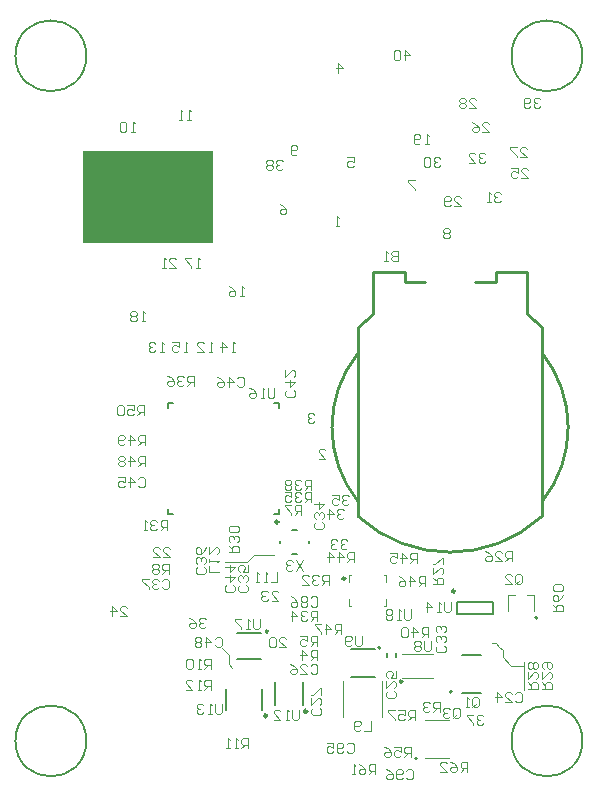
<source format=gbo>
G04 Layer_Color=32896*
%FSLAX44Y44*%
%MOMM*%
G71*
G01*
G75*
%ADD52C,0.2000*%
%ADD57C,0.1500*%
%ADD59C,0.2500*%
%ADD109C,0.2540*%
%ADD110C,0.1000*%
%ADD112C,0.1200*%
%ADD203C,0.2400*%
%ADD204R,11.0000X7.7500*%
D52*
X318970Y118700D02*
G03*
X318970Y118700I-1000J0D01*
G01*
X70000Y40000D02*
G03*
X70000Y40000I-30000J0D01*
G01*
X490000D02*
G03*
X490000Y40000I-30000J0D01*
G01*
X70000Y620000D02*
G03*
X70000Y620000I-30000J0D01*
G01*
X490000D02*
G03*
X490000Y620000I-30000J0D01*
G01*
X379720Y81510D02*
G03*
X379720Y81510I-1000J0D01*
G01*
X350000Y25000D02*
G03*
X350000Y25000I-1000J0D01*
G01*
X452000Y144250D02*
G03*
X452000Y144250I-1000J0D01*
G01*
X293840Y117750D02*
X314250Y117750D01*
X293840Y94250D02*
X314250D01*
X218990Y66360D02*
Y84140D01*
X188510Y66360D02*
Y84140D01*
X253750Y70000D02*
Y90000D01*
X229750Y70000D02*
Y90000D01*
X324500Y111250D02*
Y114250D01*
X332000Y111250D02*
Y114250D01*
X383500Y147500D02*
X414500D01*
X383500Y157500D02*
X414500D01*
Y147500D02*
Y157500D01*
X383500Y147500D02*
Y157500D01*
X198000Y109000D02*
X218000D01*
X198000Y131000D02*
X218000D01*
X228750Y231850D02*
X232900D01*
Y236000D01*
Y321500D02*
Y325650D01*
X228750D02*
X232900D01*
X139100D02*
X143250D01*
X139100Y321500D02*
Y325650D01*
Y231850D02*
X143250D01*
X139100D02*
Y236000D01*
X244500Y198250D02*
X248500D01*
X258500Y207250D02*
Y209250D01*
X244500Y218250D02*
X248500D01*
X234000Y207250D02*
Y209250D01*
D57*
X388500Y112750D02*
X404500D01*
X388500Y80750D02*
X404500D01*
D59*
X382250Y166750D02*
G03*
X382250Y166750I-1250J0D01*
G01*
X232650Y225350D02*
G03*
X232650Y225350I-1250J0D01*
G01*
D109*
X222800Y61280D02*
G03*
X222800Y61280I-1270J0D01*
G01*
X257050Y65000D02*
G03*
X257050Y65000I-1300J0D01*
G01*
X300000Y230251D02*
G03*
X455751Y230011I78006J84502D01*
G01*
X300000Y368251D02*
G03*
X300000Y242751I78477J-62750D01*
G01*
X456000Y242751D02*
G03*
X456000Y368251I-78477J62750D01*
G01*
X337500Y90500D02*
G03*
X337500Y90500I-1000J0D01*
G01*
X224000Y133000D02*
G03*
X224000Y133000I-1000J0D01*
G01*
X443032Y401288D02*
X456000Y390012D01*
Y230251D02*
Y390012D01*
X443032Y401288D02*
Y437251D01*
X443000D02*
X443032D01*
X443000D02*
Y437251D01*
X416500D02*
X443000D01*
X416500Y428251D02*
Y437251D01*
X399000Y428251D02*
X416500D01*
X339500D02*
X357000D01*
X339500D02*
Y437251D01*
X313000Y437251D02*
X339500D01*
X313000Y437251D02*
Y437251D01*
X312968Y437251D02*
X313000D01*
X312968Y401288D02*
Y437251D01*
X300000Y230251D02*
Y390012D01*
X312968Y401288D01*
D110*
X190750Y104750D02*
X193750Y101750D01*
X187500Y191500D02*
X206250D01*
X212000Y197250D01*
X229250D01*
X429500Y103750D02*
X440250D01*
X416750Y122500D02*
X419750Y119500D01*
X422500Y110750D02*
X429500Y103750D01*
X440250Y83500D02*
Y106750D01*
Y92000D02*
Y106750D01*
X422500Y110750D02*
Y116750D01*
X419750Y119500D02*
X422500Y116750D01*
X185125Y118625D02*
X190750Y113000D01*
Y104750D02*
Y113000D01*
X337500Y93500D02*
X363500D01*
X337500Y113500D02*
X363500D01*
X320760Y60510D02*
Y90990D01*
X287740Y60510D02*
Y90990D01*
X413750Y122500D02*
X416750D01*
X292500Y154500D02*
Y160500D01*
Y154500D02*
X294000D01*
X322000Y180500D02*
X323500D01*
Y174500D02*
Y180500D01*
Y154500D02*
Y160500D01*
X322000Y154500D02*
X323500D01*
X292500Y180500D02*
X294000D01*
X292500Y174500D02*
Y180500D01*
X357000Y57500D02*
X377000D01*
X357000Y25500D02*
X377000D01*
X449000Y150250D02*
Y163250D01*
X427000Y150250D02*
Y163250D01*
X433000D01*
X443000Y163250D02*
X449000Y163250D01*
D112*
X348250Y57500D02*
Y65997D01*
X344001D01*
X342585Y64581D01*
Y61749D01*
X344001Y60332D01*
X348250D01*
X345418D02*
X342585Y57500D01*
X334088Y65997D02*
X339753D01*
Y61749D01*
X336920Y63165D01*
X335504D01*
X334088Y61749D01*
Y58916D01*
X335504Y57500D01*
X338336D01*
X339753Y58916D01*
X331255Y65997D02*
X325591D01*
Y64581D01*
X331255Y58916D01*
Y57500D01*
X345000Y26500D02*
Y34997D01*
X340751D01*
X339335Y33581D01*
Y30749D01*
X340751Y29332D01*
X345000D01*
X342168D02*
X339335Y26500D01*
X330838Y34997D02*
X336503D01*
Y30749D01*
X333670Y32165D01*
X332254D01*
X330838Y30749D01*
Y27916D01*
X332254Y26500D01*
X335087D01*
X336503Y27916D01*
X322341Y34997D02*
X325173Y33581D01*
X328005Y30749D01*
Y27916D01*
X326589Y26500D01*
X323757D01*
X322341Y27916D01*
Y29332D01*
X323757Y30749D01*
X328005D01*
X380835Y61166D02*
Y66831D01*
X382251Y68247D01*
X385084D01*
X386500Y66831D01*
Y61166D01*
X385084Y59750D01*
X382251D01*
X383668Y62583D02*
X380835Y59750D01*
X382251D02*
X380835Y61166D01*
X378003Y66831D02*
X376586Y68247D01*
X373754D01*
X372338Y66831D01*
Y65415D01*
X373754Y63999D01*
X375170D01*
X373754D01*
X372338Y62583D01*
Y61166D01*
X373754Y59750D01*
X376586D01*
X378003Y61166D01*
X433335Y174166D02*
Y179831D01*
X434751Y181247D01*
X437584D01*
X439000Y179831D01*
Y174166D01*
X437584Y172750D01*
X434751D01*
X436168Y175582D02*
X433335Y172750D01*
X434751D02*
X433335Y174166D01*
X424838Y172750D02*
X430503D01*
X424838Y178415D01*
Y179831D01*
X426254Y181247D01*
X429086D01*
X430503Y179831D01*
X340251Y616250D02*
Y624747D01*
X344500Y620499D01*
X338835D01*
X336003Y623331D02*
X334586Y624747D01*
X331754D01*
X330338Y623331D01*
Y617666D01*
X331754Y616250D01*
X334586D01*
X336003Y617666D01*
Y623331D01*
X454500Y583081D02*
X453084Y584497D01*
X450251D01*
X448835Y583081D01*
Y581665D01*
X450251Y580249D01*
X451668D01*
X450251D01*
X448835Y578832D01*
Y577416D01*
X450251Y576000D01*
X453084D01*
X454500Y577416D01*
X446003D02*
X444586Y576000D01*
X441754D01*
X440338Y577416D01*
Y583081D01*
X441754Y584497D01*
X444586D01*
X446003Y583081D01*
Y581665D01*
X444586Y580249D01*
X440338D01*
X171250Y142831D02*
X169834Y144247D01*
X167001D01*
X165585Y142831D01*
Y141415D01*
X167001Y139999D01*
X168418D01*
X167001D01*
X165585Y138582D01*
Y137166D01*
X167001Y135750D01*
X169834D01*
X171250Y137166D01*
X157088Y144247D02*
X159920Y142831D01*
X162753Y139999D01*
Y137166D01*
X161336Y135750D01*
X158504D01*
X157088Y137166D01*
Y138582D01*
X158504Y139999D01*
X162753D01*
X292500Y247081D02*
X291084Y248497D01*
X288251D01*
X286835Y247081D01*
Y245665D01*
X288251Y244249D01*
X289668D01*
X288251D01*
X286835Y242832D01*
Y241416D01*
X288251Y240000D01*
X291084D01*
X292500Y241416D01*
X278338Y248497D02*
X284003D01*
Y244249D01*
X281170Y245665D01*
X279754D01*
X278338Y244249D01*
Y241416D01*
X279754Y240000D01*
X282586D01*
X284003Y241416D01*
X291000Y209331D02*
X289584Y210747D01*
X286751D01*
X285335Y209331D01*
Y207915D01*
X286751Y206499D01*
X288168D01*
X286751D01*
X285335Y205082D01*
Y203666D01*
X286751Y202250D01*
X289584D01*
X291000Y203666D01*
X282503Y209331D02*
X281087Y210747D01*
X278254D01*
X276838Y209331D01*
Y207915D01*
X278254Y206499D01*
X279670D01*
X278254D01*
X276838Y205082D01*
Y203666D01*
X278254Y202250D01*
X281087D01*
X282503Y203666D01*
X408000Y536581D02*
X406584Y537997D01*
X403751D01*
X402335Y536581D01*
Y535165D01*
X403751Y533749D01*
X405168D01*
X403751D01*
X402335Y532332D01*
Y530916D01*
X403751Y529500D01*
X406584D01*
X408000Y530916D01*
X393838Y529500D02*
X399503D01*
X393838Y535165D01*
Y536581D01*
X395254Y537997D01*
X398087D01*
X399503Y536581D01*
X420750Y503081D02*
X419334Y504497D01*
X416501D01*
X415085Y503081D01*
Y501665D01*
X416501Y500249D01*
X417918D01*
X416501D01*
X415085Y498832D01*
Y497416D01*
X416501Y496000D01*
X419334D01*
X420750Y497416D01*
X412253Y496000D02*
X409420D01*
X410836D01*
Y504497D01*
X412253Y503081D01*
X369750Y533081D02*
X368334Y534497D01*
X365501D01*
X364085Y533081D01*
Y531665D01*
X365501Y530249D01*
X366918D01*
X365501D01*
X364085Y528832D01*
Y527416D01*
X365501Y526000D01*
X368334D01*
X369750Y527416D01*
X361253Y533081D02*
X359837Y534497D01*
X357004D01*
X355588Y533081D01*
Y527416D01*
X357004Y526000D01*
X359837D01*
X361253Y527416D01*
Y533081D01*
X381335Y492500D02*
X387000D01*
X381335Y498165D01*
Y499581D01*
X382751Y500997D01*
X385584D01*
X387000Y499581D01*
X378503Y493916D02*
X377086Y492500D01*
X374254D01*
X372838Y493916D01*
Y499581D01*
X374254Y500997D01*
X377086D01*
X378503Y499581D01*
Y498165D01*
X377086Y496749D01*
X372838D01*
X394085Y575750D02*
X399750D01*
X394085Y581415D01*
Y582831D01*
X395501Y584247D01*
X398334D01*
X399750Y582831D01*
X391253D02*
X389837Y584247D01*
X387004D01*
X385588Y582831D01*
Y581415D01*
X387004Y579999D01*
X385588Y578582D01*
Y577166D01*
X387004Y575750D01*
X389837D01*
X391253Y577166D01*
Y578582D01*
X389837Y579999D01*
X391253Y581415D01*
Y582831D01*
X389837Y579999D02*
X387004D01*
X437585Y534000D02*
X443250D01*
X437585Y539665D01*
Y541081D01*
X439001Y542497D01*
X441834D01*
X443250Y541081D01*
X434753Y542497D02*
X429088D01*
Y541081D01*
X434753Y535416D01*
Y534000D01*
X405085Y555500D02*
X410750D01*
X405085Y561165D01*
Y562581D01*
X406501Y563997D01*
X409334D01*
X410750Y562581D01*
X396588Y563997D02*
X399420Y562581D01*
X402253Y559749D01*
Y556916D01*
X400836Y555500D01*
X398004D01*
X396588Y556916D01*
Y558332D01*
X398004Y559749D01*
X402253D01*
X438335Y516500D02*
X444000D01*
X438335Y522165D01*
Y523581D01*
X439751Y524997D01*
X442584D01*
X444000Y523581D01*
X429838Y524997D02*
X435503D01*
Y520749D01*
X432670Y522165D01*
X431254D01*
X429838Y520749D01*
Y517916D01*
X431254Y516500D01*
X434086D01*
X435503Y517916D01*
X155500Y369500D02*
X152668D01*
X154084D01*
Y377997D01*
X155500Y376581D01*
X142754Y377997D02*
X148419D01*
Y373749D01*
X145587Y375165D01*
X144170D01*
X142754Y373749D01*
Y370916D01*
X144170Y369500D01*
X147003D01*
X148419Y370916D01*
X196000Y369500D02*
X193168D01*
X194584D01*
Y377997D01*
X196000Y376581D01*
X184670Y369500D02*
Y377997D01*
X188919Y373749D01*
X183254D01*
X135500Y369250D02*
X132668D01*
X134084D01*
Y377747D01*
X135500Y376331D01*
X128419D02*
X127003Y377747D01*
X124170D01*
X122754Y376331D01*
Y374915D01*
X124170Y373499D01*
X125587D01*
X124170D01*
X122754Y372082D01*
Y370666D01*
X124170Y369250D01*
X127003D01*
X128419Y370666D01*
X176750Y369500D02*
X173918D01*
X175334D01*
Y377997D01*
X176750Y376581D01*
X164004Y369500D02*
X169669D01*
X164004Y375165D01*
Y376581D01*
X165420Y377997D01*
X168253D01*
X169669Y376581D01*
X158500Y566000D02*
X155668D01*
X157084D01*
Y574498D01*
X158500Y573081D01*
X151419Y566000D02*
X148587D01*
X150003D01*
Y574498D01*
X151419Y573081D01*
X111000Y555750D02*
X108168D01*
X109584D01*
Y564247D01*
X111000Y562831D01*
X103919D02*
X102503Y564247D01*
X99670D01*
X98254Y562831D01*
Y557166D01*
X99670Y555750D01*
X102503D01*
X103919Y557166D01*
Y562831D01*
X263000Y316081D02*
X261584Y317497D01*
X258751D01*
X257335Y316081D01*
Y314665D01*
X258751Y313249D01*
X260168D01*
X258751D01*
X257335Y311832D01*
Y310416D01*
X258751Y309000D01*
X261584D01*
X263000Y310416D01*
X98585Y145500D02*
X104250D01*
X98585Y151165D01*
Y152581D01*
X100001Y153997D01*
X102834D01*
X104250Y152581D01*
X91504Y145500D02*
Y153997D01*
X95753Y149749D01*
X90088D01*
X226835Y158750D02*
X232500D01*
X226835Y164415D01*
Y165831D01*
X228251Y167247D01*
X231084D01*
X232500Y165831D01*
X224003D02*
X222586Y167247D01*
X219754D01*
X218338Y165831D01*
Y164415D01*
X219754Y162999D01*
X221170D01*
X219754D01*
X218338Y161582D01*
Y160166D01*
X219754Y158750D01*
X222586D01*
X224003Y160166D01*
X265750Y141750D02*
Y150247D01*
X261501D01*
X260085Y148831D01*
Y145999D01*
X261501Y144582D01*
X265750D01*
X262918D02*
X260085Y141750D01*
X257253Y148831D02*
X255837Y150247D01*
X253004D01*
X251588Y148831D01*
Y147415D01*
X253004Y145999D01*
X254420D01*
X253004D01*
X251588Y144582D01*
Y143166D01*
X253004Y141750D01*
X255837D01*
X257253Y143166D01*
X244507Y141750D02*
Y150247D01*
X248755Y145999D01*
X243091D01*
X333750Y454748D02*
Y446250D01*
X329501D01*
X328085Y447667D01*
Y449083D01*
X329501Y450499D01*
X333750D01*
X329501D01*
X328085Y451915D01*
Y453332D01*
X329501Y454748D01*
X333750D01*
X325253Y446250D02*
X322420D01*
X323837D01*
Y454748D01*
X325253Y453332D01*
X303500Y128997D02*
Y121916D01*
X302084Y120500D01*
X299251D01*
X297835Y121916D01*
Y128997D01*
X295003Y121916D02*
X293587Y120500D01*
X290754D01*
X289338Y121916D01*
Y127581D01*
X290754Y128997D01*
X293587D01*
X295003Y127581D01*
Y126165D01*
X293587Y124749D01*
X289338D01*
X284000Y476000D02*
X281168D01*
X282584D01*
Y484497D01*
X284000Y483081D01*
X266835Y279000D02*
X272500D01*
X266835Y284665D01*
Y286081D01*
X268251Y287497D01*
X271084D01*
X272500Y286081D01*
X282751Y605750D02*
Y614247D01*
X287000Y609999D01*
X281335D01*
X291085Y533997D02*
X296750D01*
Y529749D01*
X293918Y531165D01*
X292501D01*
X291085Y529749D01*
Y526916D01*
X292501Y525500D01*
X295334D01*
X296750Y526916D01*
X233835Y494497D02*
X236668Y493081D01*
X239500Y490249D01*
Y487416D01*
X238084Y486000D01*
X235251D01*
X233835Y487416D01*
Y488833D01*
X235251Y490249D01*
X239500D01*
X348250Y514497D02*
X342585D01*
Y513081D01*
X348250Y507416D01*
Y506000D01*
X378000Y472581D02*
X376584Y473997D01*
X373751D01*
X372335Y472581D01*
Y471165D01*
X373751Y469749D01*
X372335Y468332D01*
Y466916D01*
X373751Y465500D01*
X376584D01*
X378000Y466916D01*
Y468332D01*
X376584Y469749D01*
X378000Y471165D01*
Y472581D01*
X376584Y469749D02*
X373751D01*
X248750Y537166D02*
X247334Y535750D01*
X244501D01*
X243085Y537166D01*
Y542831D01*
X244501Y544247D01*
X247334D01*
X248750Y542831D01*
Y541415D01*
X247334Y539999D01*
X243085D01*
X203250Y416250D02*
X200418D01*
X201834D01*
Y424747D01*
X203250Y423331D01*
X190504Y424747D02*
X193337Y423331D01*
X196169Y420499D01*
Y417666D01*
X194753Y416250D01*
X191920D01*
X190504Y417666D01*
Y419083D01*
X191920Y420499D01*
X196169D01*
X166000Y440750D02*
X163168D01*
X164584D01*
Y449247D01*
X166000Y447831D01*
X158919Y449247D02*
X153254D01*
Y447831D01*
X158919Y442166D01*
Y440750D01*
X119750Y395250D02*
X116917D01*
X118334D01*
Y403747D01*
X119750Y402331D01*
X112669D02*
X111253Y403747D01*
X108420D01*
X107004Y402331D01*
Y400915D01*
X108420Y399499D01*
X107004Y398082D01*
Y396666D01*
X108420Y395250D01*
X111253D01*
X112669Y396666D01*
Y398082D01*
X111253Y399499D01*
X112669Y400915D01*
Y402331D01*
X111253Y399499D02*
X108420D01*
X360000Y545000D02*
X357168D01*
X358584D01*
Y553497D01*
X360000Y552081D01*
X352919Y546416D02*
X351503Y545000D01*
X348670D01*
X347254Y546416D01*
Y552081D01*
X348670Y553497D01*
X351503D01*
X352919Y552081D01*
Y550665D01*
X351503Y549249D01*
X347254D01*
X233335Y119250D02*
X239000D01*
X233335Y124915D01*
Y126331D01*
X234751Y127747D01*
X237584D01*
X239000Y126331D01*
X230503D02*
X229087Y127747D01*
X226254D01*
X224838Y126331D01*
Y120666D01*
X226254Y119250D01*
X229087D01*
X230503Y120666D01*
Y126331D01*
X140085Y440750D02*
X145750D01*
X140085Y446415D01*
Y447831D01*
X141501Y449247D01*
X144334D01*
X145750Y447831D01*
X137253Y440750D02*
X134420D01*
X135837D01*
Y449247D01*
X137253Y447831D01*
X433335Y79581D02*
X434751Y80997D01*
X437584D01*
X439000Y79581D01*
Y73916D01*
X437584Y72500D01*
X434751D01*
X433335Y73916D01*
X424838Y72500D02*
X430503D01*
X424838Y78165D01*
Y79581D01*
X426254Y80997D01*
X429086D01*
X430503Y79581D01*
X417757Y72500D02*
Y80997D01*
X422006Y76749D01*
X416341D01*
X330831Y82165D02*
X332247Y80749D01*
Y77916D01*
X330831Y76500D01*
X325166D01*
X323750Y77916D01*
Y80749D01*
X325166Y82165D01*
X323750Y90662D02*
Y84997D01*
X329415Y90662D01*
X330831D01*
X332247Y89246D01*
Y86413D01*
X330831Y84997D01*
X332247Y99159D02*
Y93495D01*
X327999D01*
X329415Y96327D01*
Y97743D01*
X327999Y99159D01*
X325166D01*
X323750Y97743D01*
Y94911D01*
X325166Y93495D01*
X259835Y103581D02*
X261251Y104997D01*
X264084D01*
X265500Y103581D01*
Y97916D01*
X264084Y96500D01*
X261251D01*
X259835Y97916D01*
X251338Y96500D02*
X257003D01*
X251338Y102165D01*
Y103581D01*
X252754Y104997D01*
X255587D01*
X257003Y103581D01*
X242841Y104997D02*
X245673Y103581D01*
X248505Y100749D01*
Y97916D01*
X247089Y96500D01*
X244257D01*
X242841Y97916D01*
Y99333D01*
X244257Y100749D01*
X248505D01*
X267581Y67665D02*
X268997Y66249D01*
Y63416D01*
X267581Y62000D01*
X261916D01*
X260500Y63416D01*
Y66249D01*
X261916Y67665D01*
X260500Y76162D02*
Y70497D01*
X266165Y76162D01*
X267581D01*
X268997Y74746D01*
Y71914D01*
X267581Y70497D01*
X268997Y78995D02*
Y84660D01*
X267581D01*
X261916Y78995D01*
X260500D01*
X367169Y120665D02*
X365753Y119249D01*
Y116416D01*
X367169Y115000D01*
X372834D01*
X374250Y116416D01*
Y119249D01*
X372834Y120665D01*
X367169Y123497D02*
X365753Y124914D01*
Y127746D01*
X367169Y129162D01*
X368585D01*
X370001Y127746D01*
Y126330D01*
Y127746D01*
X371418Y129162D01*
X372834D01*
X374250Y127746D01*
Y124914D01*
X372834Y123497D01*
X367169Y131994D02*
X365753Y133411D01*
Y136243D01*
X367169Y137659D01*
X368585D01*
X370001Y136243D01*
Y134827D01*
Y136243D01*
X371418Y137659D01*
X372834D01*
X374250Y136243D01*
Y133411D01*
X372834Y131994D01*
X269831Y225165D02*
X271247Y223749D01*
Y220916D01*
X269831Y219500D01*
X264166D01*
X262750Y220916D01*
Y223749D01*
X264166Y225165D01*
X269831Y227997D02*
X271247Y229414D01*
Y232246D01*
X269831Y233662D01*
X268415D01*
X266999Y232246D01*
Y230830D01*
Y232246D01*
X265582Y233662D01*
X264166D01*
X262750Y232246D01*
Y229414D01*
X264166Y227997D01*
X262750Y240743D02*
X271247D01*
X266999Y236495D01*
Y242159D01*
X205581Y171915D02*
X206997Y170499D01*
Y167666D01*
X205581Y166250D01*
X199916D01*
X198500Y167666D01*
Y170499D01*
X199916Y171915D01*
X205581Y174747D02*
X206997Y176164D01*
Y178996D01*
X205581Y180412D01*
X204165D01*
X202749Y178996D01*
Y177580D01*
Y178996D01*
X201332Y180412D01*
X199916D01*
X198500Y178996D01*
Y176164D01*
X199916Y174747D01*
X206997Y188909D02*
Y183244D01*
X202749D01*
X204165Y186077D01*
Y187493D01*
X202749Y188909D01*
X199916D01*
X198500Y187493D01*
Y184661D01*
X199916Y183244D01*
X169581Y186915D02*
X170997Y185499D01*
Y182666D01*
X169581Y181250D01*
X163916D01*
X162500Y182666D01*
Y185499D01*
X163916Y186915D01*
X169581Y189747D02*
X170997Y191164D01*
Y193996D01*
X169581Y195412D01*
X168165D01*
X166749Y193996D01*
Y192580D01*
Y193996D01*
X165332Y195412D01*
X163916D01*
X162500Y193996D01*
Y191164D01*
X163916Y189747D01*
X170997Y203909D02*
X169581Y201077D01*
X166749Y198244D01*
X163916D01*
X162500Y199661D01*
Y202493D01*
X163916Y203909D01*
X165332D01*
X166749Y202493D01*
Y198244D01*
X134335Y175581D02*
X135751Y176997D01*
X138584D01*
X140000Y175581D01*
Y169916D01*
X138584Y168500D01*
X135751D01*
X134335Y169916D01*
X131503Y175581D02*
X130086Y176997D01*
X127254D01*
X125838Y175581D01*
Y174165D01*
X127254Y172749D01*
X128670D01*
X127254D01*
X125838Y171332D01*
Y169916D01*
X127254Y168500D01*
X130086D01*
X131503Y169916D01*
X123006Y176997D02*
X117341D01*
Y175581D01*
X123006Y169916D01*
Y168500D01*
X245581Y336915D02*
X246997Y335499D01*
Y332666D01*
X245581Y331250D01*
X239916D01*
X238500Y332666D01*
Y335499D01*
X239916Y336915D01*
X238500Y343996D02*
X246997D01*
X242749Y339747D01*
Y345412D01*
X238500Y353909D02*
Y348245D01*
X244165Y353909D01*
X245581D01*
X246997Y352493D01*
Y349661D01*
X245581Y348245D01*
X194331Y171915D02*
X195747Y170499D01*
Y167666D01*
X194331Y166250D01*
X188666D01*
X187250Y167666D01*
Y170499D01*
X188666Y171915D01*
X187250Y178996D02*
X195747D01*
X191499Y174747D01*
Y180412D01*
X187250Y187493D02*
X195747D01*
X191499Y183244D01*
Y188909D01*
X113835Y261831D02*
X115251Y263247D01*
X118084D01*
X119500Y261831D01*
Y256166D01*
X118084Y254750D01*
X115251D01*
X113835Y256166D01*
X106754Y254750D02*
Y263247D01*
X111003Y258999D01*
X105338D01*
X96841Y263247D02*
X102506D01*
Y258999D01*
X99673Y260415D01*
X98257D01*
X96841Y258999D01*
Y256166D01*
X98257Y254750D01*
X101089D01*
X102506Y256166D01*
X197585Y346831D02*
X199001Y348247D01*
X201834D01*
X203250Y346831D01*
Y341166D01*
X201834Y339750D01*
X199001D01*
X197585Y341166D01*
X190504Y339750D02*
Y348247D01*
X194753Y343999D01*
X189088D01*
X180591Y348247D02*
X183423Y346831D01*
X186255Y343999D01*
Y341166D01*
X184839Y339750D01*
X182007D01*
X180591Y341166D01*
Y342582D01*
X182007Y343999D01*
X186255D01*
X178835Y126581D02*
X180251Y127997D01*
X183084D01*
X184500Y126581D01*
Y120916D01*
X183084Y119500D01*
X180251D01*
X178835Y120916D01*
X171754Y119500D02*
Y127997D01*
X176003Y123749D01*
X170338D01*
X167505Y126581D02*
X166089Y127997D01*
X163257D01*
X161841Y126581D01*
Y125165D01*
X163257Y123749D01*
X161841Y122332D01*
Y120916D01*
X163257Y119500D01*
X166089D01*
X167505Y120916D01*
Y122332D01*
X166089Y123749D01*
X167505Y125165D01*
Y126581D01*
X166089Y123749D02*
X163257D01*
X260085Y160831D02*
X261501Y162247D01*
X264334D01*
X265750Y160831D01*
Y155166D01*
X264334Y153750D01*
X261501D01*
X260085Y155166D01*
X257253Y160831D02*
X255837Y162247D01*
X253004D01*
X251588Y160831D01*
Y159415D01*
X253004Y157999D01*
X251588Y156582D01*
Y155166D01*
X253004Y153750D01*
X255837D01*
X257253Y155166D01*
Y156582D01*
X255837Y157999D01*
X257253Y159415D01*
Y160831D01*
X255837Y157999D02*
X253004D01*
X243091Y162247D02*
X245923Y160831D01*
X248755Y157999D01*
Y155166D01*
X247339Y153750D01*
X244507D01*
X243091Y155166D01*
Y156582D01*
X244507Y157999D01*
X248755D01*
X311000Y57247D02*
Y48750D01*
X305335D01*
X302503Y50166D02*
X301087Y48750D01*
X298254D01*
X296838Y50166D01*
Y55831D01*
X298254Y57247D01*
X301087D01*
X302503Y55831D01*
Y54415D01*
X301087Y52999D01*
X296838D01*
X231750Y182997D02*
Y174500D01*
X226085D01*
X223253D02*
X220420D01*
X221836D01*
Y182997D01*
X223253Y181581D01*
X216172Y174500D02*
X213339D01*
X214755D01*
Y182997D01*
X216172Y181581D01*
X182247Y182750D02*
X173750D01*
Y188415D01*
Y191247D02*
Y194080D01*
Y192663D01*
X182247D01*
X180831Y191247D01*
X173750Y203993D02*
Y198328D01*
X179415Y203993D01*
X180831D01*
X182247Y202577D01*
Y199744D01*
X180831Y198328D01*
X396835Y70166D02*
Y75831D01*
X398251Y77247D01*
X401084D01*
X402500Y75831D01*
Y70166D01*
X401084Y68750D01*
X398251D01*
X399668Y71582D02*
X396835Y68750D01*
X398251D02*
X396835Y70166D01*
X394003Y68750D02*
X391170D01*
X392587D01*
Y77247D01*
X394003Y75831D01*
X369500Y64750D02*
Y73247D01*
X365251D01*
X363835Y71831D01*
Y68999D01*
X365251Y67583D01*
X369500D01*
X366668D02*
X363835Y64750D01*
X361003Y71831D02*
X359587Y73247D01*
X356754D01*
X355338Y71831D01*
Y70415D01*
X356754Y68999D01*
X358170D01*
X356754D01*
X355338Y67583D01*
Y66166D01*
X356754Y64750D01*
X359587D01*
X361003Y66166D01*
X265500Y108250D02*
Y116747D01*
X261251D01*
X259835Y115331D01*
Y112499D01*
X261251Y111083D01*
X265500D01*
X262668D02*
X259835Y108250D01*
X252754D02*
Y116747D01*
X257003Y112499D01*
X251338D01*
X265500Y120500D02*
Y128997D01*
X261251D01*
X259835Y127581D01*
Y124749D01*
X261251Y123333D01*
X265500D01*
X262668D02*
X259835Y120500D01*
X251338Y128997D02*
X257003D01*
Y124749D01*
X254170Y126165D01*
X252754D01*
X251338Y124749D01*
Y121916D01*
X252754Y120500D01*
X255587D01*
X257003Y121916D01*
X252000Y231500D02*
Y239997D01*
X247751D01*
X246335Y238581D01*
Y235749D01*
X247751Y234332D01*
X252000D01*
X249168D02*
X246335Y231500D01*
X243503Y239997D02*
X237838D01*
Y238581D01*
X243503Y232916D01*
Y231500D01*
X140000Y181500D02*
Y189997D01*
X135751D01*
X134335Y188581D01*
Y185749D01*
X135751Y184332D01*
X140000D01*
X137168D02*
X134335Y181500D01*
X131503Y188581D02*
X130086Y189997D01*
X127254D01*
X125838Y188581D01*
Y187165D01*
X127254Y185749D01*
X125838Y184332D01*
Y182916D01*
X127254Y181500D01*
X130086D01*
X131503Y182916D01*
Y184332D01*
X130086Y185749D01*
X131503Y187165D01*
Y188581D01*
X130086Y185749D02*
X127254D01*
X175750Y101250D02*
Y109747D01*
X171501D01*
X170085Y108331D01*
Y105499D01*
X171501Y104082D01*
X175750D01*
X172917D02*
X170085Y101250D01*
X167253D02*
X164420D01*
X165837D01*
Y109747D01*
X167253Y108331D01*
X160172D02*
X158755Y109747D01*
X155923D01*
X154507Y108331D01*
Y102666D01*
X155923Y101250D01*
X158755D01*
X160172Y102666D01*
Y108331D01*
X207000Y33750D02*
Y42247D01*
X202751D01*
X201335Y40831D01*
Y37999D01*
X202751Y36583D01*
X207000D01*
X204168D02*
X201335Y33750D01*
X198503D02*
X195670D01*
X197087D01*
Y42247D01*
X198503Y40831D01*
X191422Y33750D02*
X188589D01*
X190005D01*
Y42247D01*
X191422Y40831D01*
X175500Y83250D02*
Y91747D01*
X171251D01*
X169835Y90331D01*
Y87499D01*
X171251Y86082D01*
X175500D01*
X172668D02*
X169835Y83250D01*
X167003D02*
X164170D01*
X165586D01*
Y91747D01*
X167003Y90331D01*
X154257Y83250D02*
X159922D01*
X154257Y88915D01*
Y90331D01*
X155673Y91747D01*
X158505D01*
X159922Y90331D01*
X430500Y192000D02*
Y200497D01*
X426251D01*
X424835Y199081D01*
Y196249D01*
X426251Y194832D01*
X430500D01*
X427668D02*
X424835Y192000D01*
X416338D02*
X422003D01*
X416338Y197665D01*
Y199081D01*
X417754Y200497D01*
X420587D01*
X422003Y199081D01*
X407841Y200497D02*
X410673Y199081D01*
X413506Y196249D01*
Y193416D01*
X412089Y192000D01*
X409257D01*
X407841Y193416D01*
Y194832D01*
X409257Y196249D01*
X413506D01*
X363750Y172500D02*
X372247D01*
Y176749D01*
X370831Y178165D01*
X367999D01*
X366582Y176749D01*
Y172500D01*
Y175332D02*
X363750Y178165D01*
Y186662D02*
Y180997D01*
X369415Y186662D01*
X370831D01*
X372247Y185246D01*
Y182414D01*
X370831Y180997D01*
X372247Y189494D02*
Y195159D01*
X370831D01*
X365166Y189494D01*
X363750D01*
X443750Y84000D02*
X452247D01*
Y88249D01*
X450831Y89665D01*
X447999D01*
X446582Y88249D01*
Y84000D01*
Y86832D02*
X443750Y89665D01*
Y98162D02*
Y92497D01*
X449415Y98162D01*
X450831D01*
X452247Y96746D01*
Y93913D01*
X450831Y92497D01*
Y100995D02*
X452247Y102411D01*
Y105243D01*
X450831Y106659D01*
X449415D01*
X447999Y105243D01*
X446582Y106659D01*
X445166D01*
X443750Y105243D01*
Y102411D01*
X445166Y100995D01*
X446582D01*
X447999Y102411D01*
X449415Y100995D01*
X450831D01*
X447999Y102411D02*
Y105243D01*
X455750Y84000D02*
X464247D01*
Y88249D01*
X462831Y89665D01*
X459999D01*
X458582Y88249D01*
Y84000D01*
Y86832D02*
X455750Y89665D01*
Y98162D02*
Y92497D01*
X461415Y98162D01*
X462831D01*
X464247Y96746D01*
Y93913D01*
X462831Y92497D01*
X457166Y100995D02*
X455750Y102411D01*
Y105243D01*
X457166Y106659D01*
X462831D01*
X464247Y105243D01*
Y102411D01*
X462831Y100995D01*
X461415D01*
X459999Y102411D01*
Y106659D01*
X190500Y199500D02*
X198997D01*
Y203749D01*
X197581Y205165D01*
X194749D01*
X193332Y203749D01*
Y199500D01*
Y202332D02*
X190500Y205165D01*
X197581Y207997D02*
X198997Y209414D01*
Y212246D01*
X197581Y213662D01*
X196165D01*
X194749Y212246D01*
Y210830D01*
Y212246D01*
X193332Y213662D01*
X191916D01*
X190500Y212246D01*
Y209414D01*
X191916Y207997D01*
X197581Y216495D02*
X198997Y217911D01*
Y220743D01*
X197581Y222159D01*
X191916D01*
X190500Y220743D01*
Y217911D01*
X191916Y216495D01*
X197581D01*
X138500Y218250D02*
Y226747D01*
X134251D01*
X132835Y225331D01*
Y222499D01*
X134251Y221082D01*
X138500D01*
X135667D02*
X132835Y218250D01*
X130002Y225331D02*
X128586Y226747D01*
X125754D01*
X124338Y225331D01*
Y223915D01*
X125754Y222499D01*
X127170D01*
X125754D01*
X124338Y221082D01*
Y219666D01*
X125754Y218250D01*
X128586D01*
X130002Y219666D01*
X121505Y218250D02*
X118673D01*
X120089D01*
Y226747D01*
X121505Y225331D01*
X275250Y172250D02*
Y180747D01*
X271001D01*
X269585Y179331D01*
Y176499D01*
X271001Y175082D01*
X275250D01*
X272418D02*
X269585Y172250D01*
X266753Y179331D02*
X265336Y180747D01*
X262504D01*
X261088Y179331D01*
Y177915D01*
X262504Y176499D01*
X263920D01*
X262504D01*
X261088Y175082D01*
Y173666D01*
X262504Y172250D01*
X265336D01*
X266753Y173666D01*
X252591Y172250D02*
X258256D01*
X252591Y177915D01*
Y179331D01*
X254007Y180747D01*
X256839D01*
X258256Y179331D01*
X362000Y124747D02*
Y117666D01*
X360584Y116250D01*
X357751D01*
X356335Y117666D01*
Y124747D01*
X353503Y123331D02*
X352086Y124747D01*
X349254D01*
X347838Y123331D01*
Y121915D01*
X349254Y120499D01*
X347838Y119082D01*
Y117666D01*
X349254Y116250D01*
X352086D01*
X353503Y117666D01*
Y119082D01*
X352086Y120499D01*
X353503Y121915D01*
Y123331D01*
X352086Y120499D02*
X349254D01*
X250000Y66497D02*
Y59416D01*
X248584Y58000D01*
X245751D01*
X244335Y59416D01*
Y66497D01*
X241503Y58000D02*
X238670D01*
X240086D01*
Y66497D01*
X241503Y65081D01*
X228757Y58000D02*
X234422D01*
X228757Y63665D01*
Y65081D01*
X230173Y66497D01*
X233006D01*
X234422Y65081D01*
X184750Y71497D02*
Y64416D01*
X183334Y63000D01*
X180501D01*
X179085Y64416D01*
Y71497D01*
X176253Y63000D02*
X173420D01*
X174837D01*
Y71497D01*
X176253Y70081D01*
X169172D02*
X167756Y71497D01*
X164923D01*
X163507Y70081D01*
Y68665D01*
X164923Y67249D01*
X166339D01*
X164923D01*
X163507Y65832D01*
Y64416D01*
X164923Y63000D01*
X167756D01*
X169172Y64416D01*
X378500Y157497D02*
Y150416D01*
X377084Y149000D01*
X374251D01*
X372835Y150416D01*
Y157497D01*
X370003Y149000D02*
X367170D01*
X368587D01*
Y157497D01*
X370003Y156081D01*
X358673Y149000D02*
Y157497D01*
X362922Y153249D01*
X357257D01*
X229250Y338997D02*
Y331916D01*
X227834Y330500D01*
X225001D01*
X223585Y331916D01*
Y338997D01*
X220753Y330500D02*
X217920D01*
X219336D01*
Y338997D01*
X220753Y337581D01*
X208007Y338997D02*
X210839Y337581D01*
X213672Y334749D01*
Y331916D01*
X212255Y330500D01*
X209423D01*
X208007Y331916D01*
Y333332D01*
X209423Y334749D01*
X213672D01*
X216750Y143247D02*
Y136166D01*
X215334Y134750D01*
X212501D01*
X211085Y136166D01*
Y143247D01*
X208253Y134750D02*
X205420D01*
X206837D01*
Y143247D01*
X208253Y141831D01*
X201172Y143247D02*
X195507D01*
Y141831D01*
X201172Y136166D01*
Y134750D01*
X344750Y151247D02*
Y144166D01*
X343334Y142750D01*
X340501D01*
X339085Y144166D01*
Y151247D01*
X336253Y142750D02*
X333420D01*
X334837D01*
Y151247D01*
X336253Y149831D01*
X329172D02*
X327756Y151247D01*
X324923D01*
X323507Y149831D01*
Y148415D01*
X324923Y146999D01*
X323507Y145582D01*
Y144166D01*
X324923Y142750D01*
X327756D01*
X329172Y144166D01*
Y145582D01*
X327756Y146999D01*
X329172Y148415D01*
Y149831D01*
X327756Y146999D02*
X324923D01*
X253500Y192747D02*
X247835Y184250D01*
Y192747D02*
X253500Y184250D01*
X245003Y191331D02*
X243587Y192747D01*
X240754D01*
X239338Y191331D01*
Y189915D01*
X240754Y188499D01*
X242170D01*
X240754D01*
X239338Y187083D01*
Y185666D01*
X240754Y184250D01*
X243587D01*
X245003Y185666D01*
X161250Y340750D02*
Y349248D01*
X157001D01*
X155585Y347831D01*
Y344999D01*
X157001Y343583D01*
X161250D01*
X158418D02*
X155585Y340750D01*
X152753Y347831D02*
X151337Y349248D01*
X148504D01*
X147088Y347831D01*
Y346415D01*
X148504Y344999D01*
X149920D01*
X148504D01*
X147088Y343583D01*
Y342166D01*
X148504Y340750D01*
X151337D01*
X152753Y342166D01*
X138591Y349248D02*
X141423Y347831D01*
X144256Y344999D01*
Y342166D01*
X142839Y340750D01*
X140007D01*
X138591Y342166D01*
Y343583D01*
X140007Y344999D01*
X144256D01*
X134835Y195500D02*
X140500D01*
X134835Y201165D01*
Y202581D01*
X136251Y203997D01*
X139084D01*
X140500Y202581D01*
X126338Y195500D02*
X132003D01*
X126338Y201165D01*
Y202581D01*
X127754Y203997D01*
X130587D01*
X132003Y202581D01*
X260500Y242250D02*
Y250747D01*
X256251D01*
X254835Y249331D01*
Y246499D01*
X256251Y245082D01*
X260500D01*
X257668D02*
X254835Y242250D01*
X252003Y249331D02*
X250586Y250747D01*
X247754D01*
X246338Y249331D01*
Y247915D01*
X247754Y246499D01*
X249170D01*
X247754D01*
X246338Y245082D01*
Y243666D01*
X247754Y242250D01*
X250586D01*
X252003Y243666D01*
X237841Y250747D02*
X243505D01*
Y246499D01*
X240673Y247915D01*
X239257D01*
X237841Y246499D01*
Y243666D01*
X239257Y242250D01*
X242089D01*
X243505Y243666D01*
X260500Y252750D02*
Y261247D01*
X256251D01*
X254835Y259831D01*
Y256999D01*
X256251Y255582D01*
X260500D01*
X257668D02*
X254835Y252750D01*
X252003Y259831D02*
X250586Y261247D01*
X247754D01*
X246338Y259831D01*
Y258415D01*
X247754Y256999D01*
X249170D01*
X247754D01*
X246338Y255582D01*
Y254166D01*
X247754Y252750D01*
X250586D01*
X252003Y254166D01*
X243505Y259831D02*
X242089Y261247D01*
X239257D01*
X237841Y259831D01*
Y258415D01*
X239257Y256999D01*
X237841Y255582D01*
Y254166D01*
X239257Y252750D01*
X242089D01*
X243505Y254166D01*
Y255582D01*
X242089Y256999D01*
X243505Y258415D01*
Y259831D01*
X242089Y256999D02*
X239257D01*
X359500Y127750D02*
Y136247D01*
X355251D01*
X353835Y134831D01*
Y131999D01*
X355251Y130582D01*
X359500D01*
X356668D02*
X353835Y127750D01*
X346754D02*
Y136247D01*
X351003Y131999D01*
X345338D01*
X342505Y134831D02*
X341089Y136247D01*
X338257D01*
X336841Y134831D01*
Y129166D01*
X338257Y127750D01*
X341089D01*
X342505Y129166D01*
Y134831D01*
X406213Y60732D02*
X404797Y62148D01*
X401964D01*
X400548Y60732D01*
Y59316D01*
X401964Y57899D01*
X403380D01*
X401964D01*
X400548Y56483D01*
Y55067D01*
X401964Y53651D01*
X404797D01*
X406213Y55067D01*
X397715Y62148D02*
X392051D01*
Y60732D01*
X397715Y55067D01*
Y53651D01*
X236254Y530732D02*
X234838Y532148D01*
X232006D01*
X230589Y530732D01*
Y529316D01*
X232006Y527900D01*
X233422D01*
X232006D01*
X230589Y526483D01*
Y525067D01*
X232006Y523651D01*
X234838D01*
X236254Y525067D01*
X227757Y530732D02*
X226341Y532148D01*
X223508D01*
X222092Y530732D01*
Y529316D01*
X223508Y527900D01*
X222092Y526483D01*
Y525067D01*
X223508Y523651D01*
X226341D01*
X227757Y525067D01*
Y526483D01*
X226341Y527900D01*
X227757Y529316D01*
Y530732D01*
X226341Y527900D02*
X223508D01*
X288000Y235081D02*
X286584Y236497D01*
X283751D01*
X282335Y235081D01*
Y233665D01*
X283751Y232249D01*
X285168D01*
X283751D01*
X282335Y230832D01*
Y229416D01*
X283751Y228000D01*
X286584D01*
X288000Y229416D01*
X275254Y228000D02*
Y236497D01*
X279503Y232249D01*
X273838D01*
X296500Y191500D02*
Y199997D01*
X292251D01*
X290835Y198581D01*
Y195749D01*
X292251Y194332D01*
X296500D01*
X293668D02*
X290835Y191500D01*
X283754D02*
Y199997D01*
X288003Y195749D01*
X282338D01*
X275257Y191500D02*
Y199997D01*
X279506Y195749D01*
X273841D01*
X350000Y190750D02*
Y199247D01*
X345751D01*
X344335Y197831D01*
Y194999D01*
X345751Y193582D01*
X350000D01*
X347168D02*
X344335Y190750D01*
X337254D02*
Y199247D01*
X341503Y194999D01*
X335838D01*
X327341Y199247D02*
X333005D01*
Y194999D01*
X330173Y196415D01*
X328757D01*
X327341Y194999D01*
Y192166D01*
X328757Y190750D01*
X331589D01*
X333005Y192166D01*
X357000Y170750D02*
Y179247D01*
X352752D01*
X351335Y177831D01*
Y174999D01*
X352752Y173582D01*
X357000D01*
X354168D02*
X351335Y170750D01*
X344254D02*
Y179247D01*
X348503Y174999D01*
X342838D01*
X334341Y179247D02*
X337173Y177831D01*
X340006Y174999D01*
Y172166D01*
X338589Y170750D01*
X335757D01*
X334341Y172166D01*
Y173582D01*
X335757Y174999D01*
X340006D01*
X286000Y130750D02*
Y139247D01*
X281751D01*
X280335Y137831D01*
Y134999D01*
X281751Y133582D01*
X286000D01*
X283168D02*
X280335Y130750D01*
X273254D02*
Y139247D01*
X277503Y134999D01*
X271838D01*
X269006Y139247D02*
X263341D01*
Y137831D01*
X269006Y132166D01*
Y130750D01*
X119750Y272750D02*
Y281247D01*
X115501D01*
X114085Y279831D01*
Y276999D01*
X115501Y275583D01*
X119750D01*
X116918D02*
X114085Y272750D01*
X107004D02*
Y281247D01*
X111253Y276999D01*
X105588D01*
X102755Y279831D02*
X101339Y281247D01*
X98507D01*
X97091Y279831D01*
Y278415D01*
X98507Y276999D01*
X97091Y275583D01*
Y274166D01*
X98507Y272750D01*
X101339D01*
X102755Y274166D01*
Y275583D01*
X101339Y276999D01*
X102755Y278415D01*
Y279831D01*
X101339Y276999D02*
X98507D01*
X119750Y290500D02*
Y298997D01*
X115501D01*
X114085Y297581D01*
Y294749D01*
X115501Y293333D01*
X119750D01*
X116918D02*
X114085Y290500D01*
X107004D02*
Y298997D01*
X111253Y294749D01*
X105588D01*
X102755Y291916D02*
X101339Y290500D01*
X98507D01*
X97091Y291916D01*
Y297581D01*
X98507Y298997D01*
X101339D01*
X102755Y297581D01*
Y296165D01*
X101339Y294749D01*
X97091D01*
X118750Y315500D02*
Y323997D01*
X114501D01*
X113085Y322581D01*
Y319749D01*
X114501Y318332D01*
X118750D01*
X115918D02*
X113085Y315500D01*
X104588Y323997D02*
X110253D01*
Y319749D01*
X107420Y321165D01*
X106004D01*
X104588Y319749D01*
Y316916D01*
X106004Y315500D01*
X108836D01*
X110253Y316916D01*
X101756Y322581D02*
X100339Y323997D01*
X97507D01*
X96091Y322581D01*
Y316916D01*
X97507Y315500D01*
X100339D01*
X101756Y316916D01*
Y322581D01*
X290585Y37081D02*
X292001Y38497D01*
X294834D01*
X296250Y37081D01*
Y31416D01*
X294834Y30000D01*
X292001D01*
X290585Y31416D01*
X287753D02*
X286336Y30000D01*
X283504D01*
X282088Y31416D01*
Y37081D01*
X283504Y38497D01*
X286336D01*
X287753Y37081D01*
Y35665D01*
X286336Y34249D01*
X282088D01*
X273591Y38497D02*
X279256D01*
Y34249D01*
X276423Y35665D01*
X275007D01*
X273591Y34249D01*
Y31416D01*
X275007Y30000D01*
X277839D01*
X279256Y31416D01*
X341085Y14581D02*
X342501Y15997D01*
X345334D01*
X346750Y14581D01*
Y8916D01*
X345334Y7500D01*
X342501D01*
X341085Y8916D01*
X338253D02*
X336837Y7500D01*
X334004D01*
X332588Y8916D01*
Y14581D01*
X334004Y15997D01*
X336837D01*
X338253Y14581D01*
Y13165D01*
X336837Y11749D01*
X332588D01*
X324091Y15997D02*
X326923Y14581D01*
X329756Y11749D01*
Y8916D01*
X328339Y7500D01*
X325507D01*
X324091Y8916D01*
Y10332D01*
X325507Y11749D01*
X329756D01*
X465250Y149750D02*
X473747D01*
Y153999D01*
X472331Y155415D01*
X469499D01*
X468083Y153999D01*
Y149750D01*
Y152582D02*
X465250Y155415D01*
X473747Y163912D02*
X472331Y161080D01*
X469499Y158247D01*
X466666D01*
X465250Y159663D01*
Y162496D01*
X466666Y163912D01*
X468083D01*
X469499Y162496D01*
Y158247D01*
X472331Y166744D02*
X473747Y168161D01*
Y170993D01*
X472331Y172409D01*
X466666D01*
X465250Y170993D01*
Y168161D01*
X466666Y166744D01*
X472331D01*
X314750Y12000D02*
Y20497D01*
X310501D01*
X309085Y19081D01*
Y16249D01*
X310501Y14832D01*
X314750D01*
X311918D02*
X309085Y12000D01*
X300588Y20497D02*
X303420Y19081D01*
X306253Y16249D01*
Y13416D01*
X304837Y12000D01*
X302004D01*
X300588Y13416D01*
Y14832D01*
X302004Y16249D01*
X306253D01*
X297756Y12000D02*
X294923D01*
X296339D01*
Y20497D01*
X297756Y19081D01*
X392500Y14000D02*
Y22497D01*
X388251D01*
X386835Y21081D01*
Y18249D01*
X388251Y16832D01*
X392500D01*
X389668D02*
X386835Y14000D01*
X378338Y22497D02*
X381170Y21081D01*
X384003Y18249D01*
Y15416D01*
X382587Y14000D01*
X379754D01*
X378338Y15416D01*
Y16832D01*
X379754Y18249D01*
X384003D01*
X369841Y14000D02*
X375505D01*
X369841Y19665D01*
Y21081D01*
X371257Y22497D01*
X374089D01*
X375505Y21081D01*
D203*
X289200Y177500D02*
G03*
X289200Y177500I-1200J0D01*
G01*
D204*
X122000Y500750D02*
D03*
M02*

</source>
